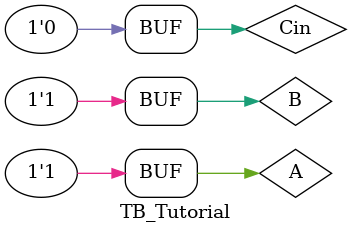
<source format=v>
`timescale 1ns / 1ps


module TB_Tutorial;

	// Inputs
	reg A;
	reg B;
	reg Cin;

	// Outputs
	wire Sum;
	wire Cout;

	// Instantiate the Unit Under Test (UUT)
	fulladder uut (
		.A(A), 
		.B(B), 
		.Cin(Cin), 
		.Sum(Sum), 
		.Cout(Cout)
	);

	initial begin
		A = 0; B = 0; Cin = 1'b0; #100 ;
		A = 0; B = 1; Cin = 1'b0; #100 ;
		A = 1; B = 0; Cin = 1'b0; #100 ;
		A = 1; B = 1; Cin = 1'b0; #100 ;
		A = 0; B = 0; Cin = 1'b0; #100 ;
		A = 0; B = 1; Cin = 1'b0; #100 ;
		A = 1; B = 0; Cin = 1'b0; #100 ;
		A = 1; B = 1; Cin = 1'b0; #100 ;

	end
      
endmodule


</source>
